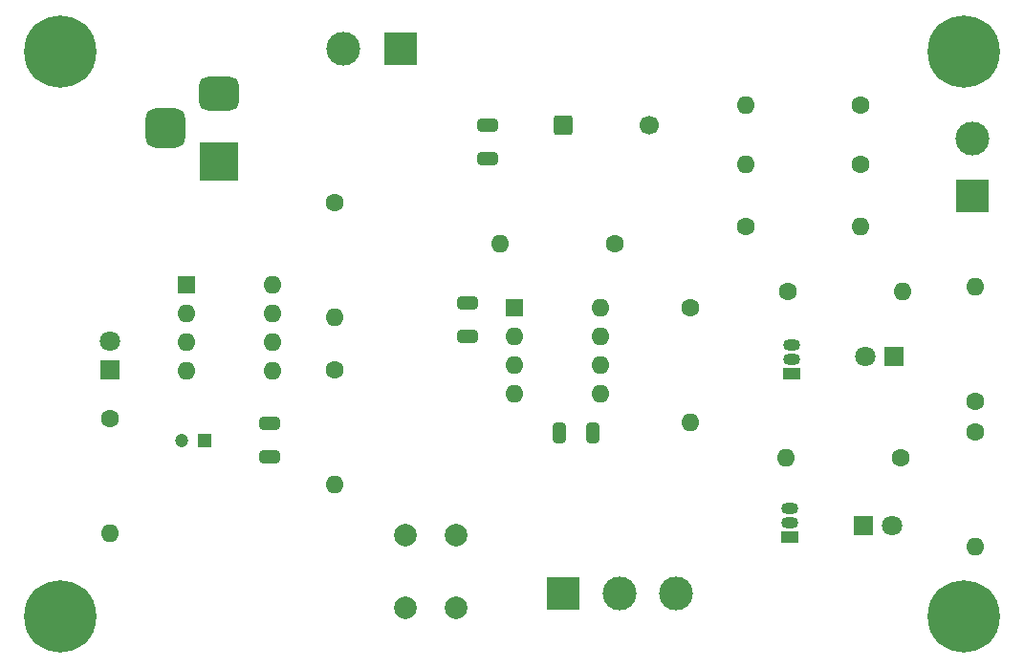
<source format=gbr>
%TF.GenerationSoftware,KiCad,Pcbnew,7.0.7*%
%TF.CreationDate,2024-02-27T23:19:37+01:00*%
%TF.ProjectId,BuzzWireGame,42757a7a-5769-4726-9547-616d652e6b69,v1.0*%
%TF.SameCoordinates,Original*%
%TF.FileFunction,Soldermask,Top*%
%TF.FilePolarity,Negative*%
%FSLAX46Y46*%
G04 Gerber Fmt 4.6, Leading zero omitted, Abs format (unit mm)*
G04 Created by KiCad (PCBNEW 7.0.7) date 2024-02-27 23:19:37*
%MOMM*%
%LPD*%
G01*
G04 APERTURE LIST*
G04 Aperture macros list*
%AMRoundRect*
0 Rectangle with rounded corners*
0 $1 Rounding radius*
0 $2 $3 $4 $5 $6 $7 $8 $9 X,Y pos of 4 corners*
0 Add a 4 corners polygon primitive as box body*
4,1,4,$2,$3,$4,$5,$6,$7,$8,$9,$2,$3,0*
0 Add four circle primitives for the rounded corners*
1,1,$1+$1,$2,$3*
1,1,$1+$1,$4,$5*
1,1,$1+$1,$6,$7*
1,1,$1+$1,$8,$9*
0 Add four rect primitives between the rounded corners*
20,1,$1+$1,$2,$3,$4,$5,0*
20,1,$1+$1,$4,$5,$6,$7,0*
20,1,$1+$1,$6,$7,$8,$9,0*
20,1,$1+$1,$8,$9,$2,$3,0*%
G04 Aperture macros list end*
%ADD10R,1.200000X1.200000*%
%ADD11C,1.200000*%
%ADD12C,0.800000*%
%ADD13C,6.400000*%
%ADD14C,1.600000*%
%ADD15O,1.600000X1.600000*%
%ADD16RoundRect,0.250000X0.650000X-0.325000X0.650000X0.325000X-0.650000X0.325000X-0.650000X-0.325000X0*%
%ADD17R,1.500000X1.050000*%
%ADD18O,1.500000X1.050000*%
%ADD19C,2.000000*%
%ADD20R,1.800000X1.800000*%
%ADD21C,1.800000*%
%ADD22R,3.500000X3.500000*%
%ADD23RoundRect,0.750000X-1.000000X0.750000X-1.000000X-0.750000X1.000000X-0.750000X1.000000X0.750000X0*%
%ADD24RoundRect,0.875000X-0.875000X0.875000X-0.875000X-0.875000X0.875000X-0.875000X0.875000X0.875000X0*%
%ADD25RoundRect,0.250000X-0.650000X0.325000X-0.650000X-0.325000X0.650000X-0.325000X0.650000X0.325000X0*%
%ADD26RoundRect,0.250000X0.325000X0.650000X-0.325000X0.650000X-0.325000X-0.650000X0.325000X-0.650000X0*%
%ADD27R,1.600000X1.600000*%
%ADD28R,3.000000X3.000000*%
%ADD29C,3.000000*%
%ADD30RoundRect,0.249900X-0.600100X-0.600100X0.600100X-0.600100X0.600100X0.600100X-0.600100X0.600100X0*%
%ADD31C,1.700000*%
G04 APERTURE END LIST*
D10*
%TO.C,C5*%
X117750000Y-99430000D03*
D11*
X115750000Y-99430000D03*
%TD*%
D12*
%TO.C,H1*%
X102600000Y-65000000D03*
X103302944Y-63302944D03*
X103302944Y-66697056D03*
X105000000Y-62600000D03*
D13*
X105000000Y-65000000D03*
D12*
X105000000Y-67400000D03*
X106697056Y-63302944D03*
X106697056Y-66697056D03*
X107400000Y-65000000D03*
%TD*%
D14*
%TO.C,R6*%
X186000000Y-98670000D03*
D15*
X186000000Y-108830000D03*
%TD*%
D16*
%TO.C,C3*%
X141000000Y-90225000D03*
X141000000Y-87275000D03*
%TD*%
D17*
%TO.C,Q1*%
X169750000Y-93520000D03*
D18*
X169750000Y-92250000D03*
X169750000Y-90980000D03*
%TD*%
D19*
%TO.C,SW1*%
X135500000Y-114300000D03*
X135500000Y-107800000D03*
X140000000Y-114300000D03*
X140000000Y-107800000D03*
%TD*%
D14*
%TO.C,R12*%
X109360000Y-97510000D03*
D15*
X109360000Y-107670000D03*
%TD*%
D14*
%TO.C,R3*%
X175830000Y-69750000D03*
D15*
X165670000Y-69750000D03*
%TD*%
D20*
%TO.C,D1*%
X176055000Y-107000000D03*
D21*
X178595000Y-107000000D03*
%TD*%
D12*
%TO.C,H2*%
X182600000Y-65000000D03*
X183302944Y-63302944D03*
X183302944Y-66697056D03*
X185000000Y-62600000D03*
D13*
X185000000Y-65000000D03*
D12*
X185000000Y-67400000D03*
X186697056Y-63302944D03*
X186697056Y-66697056D03*
X187400000Y-65000000D03*
%TD*%
D14*
%TO.C,R10*%
X179410000Y-101000000D03*
D15*
X169250000Y-101000000D03*
%TD*%
D14*
%TO.C,R8*%
X129250000Y-78420000D03*
D15*
X129250000Y-88580000D03*
%TD*%
D12*
%TO.C,H3*%
X102600000Y-115000000D03*
X103302944Y-113302944D03*
X103302944Y-116697056D03*
X105000000Y-112600000D03*
D13*
X105000000Y-115000000D03*
D12*
X105000000Y-117400000D03*
X106697056Y-113302944D03*
X106697056Y-116697056D03*
X107400000Y-115000000D03*
%TD*%
D22*
%TO.C,J1*%
X119000000Y-74750000D03*
D23*
X119000000Y-68750000D03*
D24*
X114300000Y-71750000D03*
%TD*%
D25*
%TO.C,C4*%
X123497400Y-97955000D03*
X123497400Y-100905000D03*
%TD*%
D16*
%TO.C,C2*%
X142800000Y-74475000D03*
X142800000Y-71525000D03*
%TD*%
D26*
%TO.C,C1*%
X152160000Y-98760000D03*
X149210000Y-98760000D03*
%TD*%
D27*
%TO.C,U2*%
X116170000Y-85630000D03*
D15*
X116170000Y-88170000D03*
X116170000Y-90710000D03*
X116170000Y-93250000D03*
X123790000Y-93250000D03*
X123790000Y-90710000D03*
X123790000Y-88170000D03*
X123790000Y-85630000D03*
%TD*%
D14*
%TO.C,R1*%
X160750000Y-87670000D03*
D15*
X160750000Y-97830000D03*
%TD*%
D28*
%TO.C,J2*%
X185750000Y-77750000D03*
D29*
X185750000Y-72670000D03*
%TD*%
D30*
%TO.C,LS1*%
X149500000Y-71500000D03*
D31*
X157100000Y-71500000D03*
%TD*%
D14*
%TO.C,R9*%
X169420000Y-86250000D03*
D15*
X179580000Y-86250000D03*
%TD*%
D14*
%TO.C,R5*%
X165670000Y-80500000D03*
D15*
X175830000Y-80500000D03*
%TD*%
D14*
%TO.C,R4*%
X154080000Y-82000000D03*
D15*
X143920000Y-82000000D03*
%TD*%
D20*
%TO.C,D3*%
X178775000Y-92020000D03*
D21*
X176235000Y-92020000D03*
%TD*%
D27*
%TO.C,U1*%
X145200000Y-87700000D03*
D15*
X145200000Y-90240000D03*
X145200000Y-92780000D03*
X145200000Y-95320000D03*
X152820000Y-95320000D03*
X152820000Y-92780000D03*
X152820000Y-90240000D03*
X152820000Y-87700000D03*
%TD*%
D14*
%TO.C,R2*%
X175830000Y-75000000D03*
D15*
X165670000Y-75000000D03*
%TD*%
D14*
%TO.C,R7*%
X186000000Y-96000000D03*
D15*
X186000000Y-85840000D03*
%TD*%
D17*
%TO.C,Q2*%
X169580000Y-108000000D03*
D18*
X169580000Y-106730000D03*
X169580000Y-105460000D03*
%TD*%
D20*
%TO.C,D2*%
X109360000Y-93210000D03*
D21*
X109360000Y-90670000D03*
%TD*%
D28*
%TO.C,BT1*%
X135080000Y-64750000D03*
D29*
X130000000Y-64750000D03*
%TD*%
D12*
%TO.C,H4*%
X182600000Y-115000000D03*
X183302944Y-113302944D03*
X183302944Y-116697056D03*
X185000000Y-112600000D03*
D13*
X185000000Y-115000000D03*
D12*
X185000000Y-117400000D03*
X186697056Y-113302944D03*
X186697056Y-116697056D03*
X187400000Y-115000000D03*
%TD*%
D28*
%TO.C,RV1*%
X149500000Y-113000000D03*
D29*
X154500000Y-113000000D03*
X159500000Y-113000000D03*
%TD*%
D14*
%TO.C,R11*%
X129250000Y-93170000D03*
D15*
X129250000Y-103330000D03*
%TD*%
M02*

</source>
